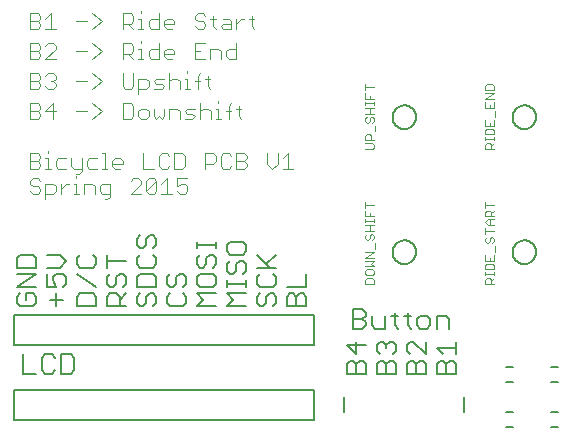
<source format=gto>
G75*
%MOIN*%
%OFA0B0*%
%FSLAX24Y24*%
%IPPOS*%
%LPD*%
%AMOC8*
5,1,8,0,0,1.08239X$1,22.5*
%
%ADD10C,0.0060*%
%ADD11C,0.0040*%
%ADD12C,0.0080*%
%ADD13C,0.0050*%
%ADD14C,0.0030*%
D10*
X002440Y004690D02*
X002867Y004690D01*
X003085Y004797D02*
X003191Y004690D01*
X003405Y004690D01*
X003512Y004797D01*
X003729Y004690D02*
X004049Y004690D01*
X004156Y004797D01*
X004156Y005224D01*
X004049Y005331D01*
X003729Y005331D01*
X003729Y004690D01*
X003085Y004797D02*
X003085Y005224D01*
X003191Y005331D01*
X003405Y005331D01*
X003512Y005224D01*
X002440Y005331D02*
X002440Y004690D01*
X002346Y006940D02*
X002773Y006940D01*
X002880Y007047D01*
X002880Y007260D01*
X002773Y007367D01*
X002560Y007367D01*
X002560Y007154D01*
X002346Y007367D02*
X002239Y007260D01*
X002239Y007047D01*
X002346Y006940D01*
X002239Y007585D02*
X002880Y008012D01*
X002239Y008012D01*
X002239Y008229D02*
X002239Y008549D01*
X002346Y008656D01*
X002773Y008656D01*
X002880Y008549D01*
X002880Y008229D01*
X002239Y008229D01*
X002239Y007585D02*
X002880Y007585D01*
X003239Y007585D02*
X003560Y007585D01*
X003453Y007798D01*
X003453Y007905D01*
X003560Y008012D01*
X003773Y008012D01*
X003880Y007905D01*
X003880Y007691D01*
X003773Y007585D01*
X003560Y007367D02*
X003560Y006940D01*
X003773Y007154D02*
X003346Y007154D01*
X003239Y007585D02*
X003239Y008012D01*
X003239Y008229D02*
X003666Y008229D01*
X003880Y008443D01*
X003666Y008656D01*
X003239Y008656D01*
X004239Y008549D02*
X004239Y008336D01*
X004346Y008229D01*
X004773Y008229D01*
X004880Y008336D01*
X004880Y008549D01*
X004773Y008656D01*
X004346Y008656D02*
X004239Y008549D01*
X004239Y008012D02*
X004880Y007585D01*
X004773Y007367D02*
X004346Y007367D01*
X004239Y007260D01*
X004239Y006940D01*
X004880Y006940D01*
X004880Y007260D01*
X004773Y007367D01*
X005239Y007260D02*
X005346Y007367D01*
X005560Y007367D01*
X005666Y007260D01*
X005666Y006940D01*
X005880Y006940D02*
X005239Y006940D01*
X005239Y007260D01*
X005346Y007585D02*
X005453Y007585D01*
X005560Y007691D01*
X005560Y007905D01*
X005666Y008012D01*
X005773Y008012D01*
X005880Y007905D01*
X005880Y007691D01*
X005773Y007585D01*
X005880Y007367D02*
X005666Y007154D01*
X005346Y007585D02*
X005239Y007691D01*
X005239Y007905D01*
X005346Y008012D01*
X005239Y008229D02*
X005239Y008656D01*
X005239Y008443D02*
X005880Y008443D01*
X006239Y008549D02*
X006239Y008336D01*
X006346Y008229D01*
X006773Y008229D01*
X006880Y008336D01*
X006880Y008549D01*
X006773Y008656D01*
X006773Y008874D02*
X006880Y008980D01*
X006880Y009194D01*
X006773Y009301D01*
X006666Y009301D01*
X006560Y009194D01*
X006560Y008980D01*
X006453Y008874D01*
X006346Y008874D01*
X006239Y008980D01*
X006239Y009194D01*
X006346Y009301D01*
X006346Y008656D02*
X006239Y008549D01*
X006346Y008012D02*
X006239Y007905D01*
X006239Y007585D01*
X006880Y007585D01*
X006880Y007905D01*
X006773Y008012D01*
X006346Y008012D01*
X006346Y007367D02*
X006239Y007260D01*
X006239Y007047D01*
X006346Y006940D01*
X006453Y006940D01*
X006560Y007047D01*
X006560Y007260D01*
X006666Y007367D01*
X006773Y007367D01*
X006880Y007260D01*
X006880Y007047D01*
X006773Y006940D01*
X007239Y007047D02*
X007239Y007260D01*
X007346Y007367D01*
X007346Y007585D02*
X007453Y007585D01*
X007560Y007691D01*
X007560Y007905D01*
X007666Y008012D01*
X007773Y008012D01*
X007880Y007905D01*
X007880Y007691D01*
X007773Y007585D01*
X007773Y007367D02*
X007880Y007260D01*
X007880Y007047D01*
X007773Y006940D01*
X007346Y006940D01*
X007239Y007047D01*
X007346Y007585D02*
X007239Y007691D01*
X007239Y007905D01*
X007346Y008012D01*
X008239Y007905D02*
X008239Y007691D01*
X008346Y007585D01*
X008773Y007585D01*
X008880Y007691D01*
X008880Y007905D01*
X008773Y008012D01*
X008346Y008012D01*
X008239Y007905D01*
X008346Y008229D02*
X008453Y008229D01*
X008560Y008336D01*
X008560Y008549D01*
X008666Y008656D01*
X008773Y008656D01*
X008880Y008549D01*
X008880Y008336D01*
X008773Y008229D01*
X008346Y008229D02*
X008239Y008336D01*
X008239Y008549D01*
X008346Y008656D01*
X008239Y008874D02*
X008239Y009087D01*
X008239Y008980D02*
X008880Y008980D01*
X008880Y008874D02*
X008880Y009087D01*
X009239Y008979D02*
X009346Y009086D01*
X009773Y009086D01*
X009880Y008979D01*
X009880Y008766D01*
X009773Y008659D01*
X009346Y008659D01*
X009239Y008766D01*
X009239Y008979D01*
X009346Y008441D02*
X009239Y008335D01*
X009239Y008121D01*
X009346Y008014D01*
X009453Y008014D01*
X009560Y008121D01*
X009560Y008335D01*
X009666Y008441D01*
X009773Y008441D01*
X009880Y008335D01*
X009880Y008121D01*
X009773Y008014D01*
X009880Y007798D02*
X009880Y007585D01*
X009880Y007691D02*
X009239Y007691D01*
X009239Y007585D02*
X009239Y007798D01*
X009239Y007367D02*
X009880Y007367D01*
X010239Y007260D02*
X010239Y007047D01*
X010346Y006940D01*
X010453Y006940D01*
X010560Y007047D01*
X010560Y007260D01*
X010666Y007367D01*
X010773Y007367D01*
X010880Y007260D01*
X010880Y007047D01*
X010773Y006940D01*
X011239Y006940D02*
X011239Y007260D01*
X011346Y007367D01*
X011453Y007367D01*
X011560Y007260D01*
X011560Y006940D01*
X011880Y006940D02*
X011239Y006940D01*
X011560Y007260D02*
X011666Y007367D01*
X011773Y007367D01*
X011880Y007260D01*
X011880Y006940D01*
X011880Y007585D02*
X011239Y007585D01*
X010880Y007691D02*
X010880Y007905D01*
X010773Y008012D01*
X010666Y008229D02*
X010239Y008656D01*
X010239Y008229D02*
X010880Y008229D01*
X010560Y008336D02*
X010880Y008656D01*
X010346Y008012D02*
X010239Y007905D01*
X010239Y007691D01*
X010346Y007585D01*
X010773Y007585D01*
X010880Y007691D01*
X010346Y007367D02*
X010239Y007260D01*
X009880Y006940D02*
X009239Y006940D01*
X009453Y007154D01*
X009239Y007367D01*
X008880Y007367D02*
X008239Y007367D01*
X008453Y007154D01*
X008239Y006940D01*
X008880Y006940D01*
X011880Y007585D02*
X011880Y008012D01*
X013440Y006831D02*
X013760Y006831D01*
X013867Y006724D01*
X013867Y006617D01*
X013760Y006510D01*
X013440Y006510D01*
X013440Y006190D02*
X013760Y006190D01*
X013867Y006297D01*
X013867Y006404D01*
X013760Y006510D01*
X014085Y006617D02*
X014085Y006297D01*
X014191Y006190D01*
X014512Y006190D01*
X014512Y006617D01*
X014729Y006617D02*
X014943Y006617D01*
X014836Y006724D02*
X014836Y006297D01*
X014943Y006190D01*
X015266Y006297D02*
X015372Y006190D01*
X015266Y006297D02*
X015266Y006724D01*
X015372Y006617D02*
X015159Y006617D01*
X015588Y006510D02*
X015588Y006297D01*
X015695Y006190D01*
X015909Y006190D01*
X016016Y006297D01*
X016016Y006510D01*
X015909Y006617D01*
X015695Y006617D01*
X015588Y006510D01*
X016233Y006617D02*
X016233Y006190D01*
X016233Y006617D02*
X016553Y006617D01*
X016660Y006510D01*
X016660Y006190D01*
X016880Y005762D02*
X016880Y005335D01*
X016880Y005548D02*
X016239Y005548D01*
X016453Y005335D01*
X016453Y005117D02*
X016560Y005010D01*
X016560Y004690D01*
X016880Y004690D02*
X016880Y005010D01*
X016773Y005117D01*
X016666Y005117D01*
X016560Y005010D01*
X016453Y005117D02*
X016346Y005117D01*
X016239Y005010D01*
X016239Y004690D01*
X016880Y004690D01*
X015880Y004690D02*
X015880Y005010D01*
X015773Y005117D01*
X015666Y005117D01*
X015560Y005010D01*
X015560Y004690D01*
X015880Y004690D02*
X015239Y004690D01*
X015239Y005010D01*
X015346Y005117D01*
X015453Y005117D01*
X015560Y005010D01*
X015346Y005335D02*
X015239Y005441D01*
X015239Y005655D01*
X015346Y005762D01*
X015453Y005762D01*
X015880Y005335D01*
X015880Y005762D01*
X014880Y005655D02*
X014880Y005441D01*
X014773Y005335D01*
X014773Y005117D02*
X014666Y005117D01*
X014560Y005010D01*
X014560Y004690D01*
X014880Y004690D02*
X014880Y005010D01*
X014773Y005117D01*
X014560Y005010D02*
X014453Y005117D01*
X014346Y005117D01*
X014239Y005010D01*
X014239Y004690D01*
X014880Y004690D01*
X014346Y005335D02*
X014239Y005441D01*
X014239Y005655D01*
X014346Y005762D01*
X014453Y005762D01*
X014560Y005655D01*
X014666Y005762D01*
X014773Y005762D01*
X014880Y005655D01*
X014560Y005655D02*
X014560Y005548D01*
X013880Y005655D02*
X013239Y005655D01*
X013560Y005335D01*
X013560Y005762D01*
X013440Y006190D02*
X013440Y006831D01*
X013453Y005117D02*
X013560Y005010D01*
X013560Y004690D01*
X013880Y004690D02*
X013880Y005010D01*
X013773Y005117D01*
X013666Y005117D01*
X013560Y005010D01*
X013453Y005117D02*
X013346Y005117D01*
X013239Y005010D01*
X013239Y004690D01*
X013880Y004690D01*
X018542Y004896D02*
X018778Y004896D01*
X018778Y004424D02*
X018542Y004424D01*
X018542Y003396D02*
X018778Y003396D01*
X018778Y002924D02*
X018542Y002924D01*
X020042Y002924D02*
X020278Y002924D01*
X020278Y003396D02*
X020042Y003396D01*
X020042Y004424D02*
X020278Y004424D01*
X020278Y004896D02*
X020042Y004896D01*
D11*
X011449Y011520D02*
X011102Y011520D01*
X011276Y011520D02*
X011276Y012040D01*
X011102Y011867D01*
X010933Y012040D02*
X010933Y011693D01*
X010760Y011520D01*
X010586Y011693D01*
X010586Y012040D01*
X009902Y011954D02*
X009902Y011867D01*
X009815Y011780D01*
X009555Y011780D01*
X009387Y011607D02*
X009300Y011520D01*
X009126Y011520D01*
X009040Y011607D01*
X009040Y011954D01*
X009126Y012040D01*
X009300Y012040D01*
X009387Y011954D01*
X009555Y012040D02*
X009815Y012040D01*
X009902Y011954D01*
X009815Y011780D02*
X009902Y011693D01*
X009902Y011607D01*
X009815Y011520D01*
X009555Y011520D01*
X009555Y012040D01*
X008871Y011954D02*
X008871Y011780D01*
X008784Y011693D01*
X008524Y011693D01*
X008524Y011520D02*
X008524Y012040D01*
X008784Y012040D01*
X008871Y011954D01*
X007840Y011954D02*
X007840Y011607D01*
X007753Y011520D01*
X007493Y011520D01*
X007493Y012040D01*
X007753Y012040D01*
X007840Y011954D01*
X007324Y011954D02*
X007237Y012040D01*
X007064Y012040D01*
X006977Y011954D01*
X006977Y011607D01*
X007064Y011520D01*
X007237Y011520D01*
X007324Y011607D01*
X006808Y011520D02*
X006461Y011520D01*
X006461Y012040D01*
X005777Y011780D02*
X005777Y011693D01*
X005430Y011693D01*
X005430Y011607D02*
X005430Y011780D01*
X005517Y011867D01*
X005690Y011867D01*
X005777Y011780D01*
X005690Y011520D02*
X005517Y011520D01*
X005430Y011607D01*
X005260Y011520D02*
X005086Y011520D01*
X005173Y011520D02*
X005173Y012040D01*
X005086Y012040D01*
X004918Y011867D02*
X004657Y011867D01*
X004571Y011780D01*
X004571Y011607D01*
X004657Y011520D01*
X004918Y011520D01*
X005087Y011027D02*
X005000Y010940D01*
X005000Y010767D01*
X005087Y010680D01*
X005347Y010680D01*
X005347Y010593D02*
X005347Y011027D01*
X005087Y011027D01*
X004832Y010940D02*
X004832Y010680D01*
X004832Y010940D02*
X004745Y011027D01*
X004485Y011027D01*
X004485Y010680D01*
X004314Y010680D02*
X004141Y010680D01*
X004228Y010680D02*
X004228Y011027D01*
X004141Y011027D01*
X003972Y011027D02*
X003885Y011027D01*
X003711Y010853D01*
X003711Y010680D02*
X003711Y011027D01*
X003543Y010940D02*
X003543Y010767D01*
X003456Y010680D01*
X003196Y010680D01*
X003196Y010507D02*
X003196Y011027D01*
X003456Y011027D01*
X003543Y010940D01*
X003027Y010853D02*
X003027Y010767D01*
X002940Y010680D01*
X002767Y010680D01*
X002680Y010767D01*
X002767Y010940D02*
X002940Y010940D01*
X003027Y010853D01*
X003027Y011114D02*
X002940Y011200D01*
X002767Y011200D01*
X002680Y011114D01*
X002680Y011027D01*
X002767Y010940D01*
X002680Y011520D02*
X002940Y011520D01*
X003027Y011607D01*
X003027Y011693D01*
X002940Y011780D01*
X002680Y011780D01*
X002680Y011520D02*
X002680Y012040D01*
X002940Y012040D01*
X003027Y011954D01*
X003027Y011867D01*
X002940Y011780D01*
X003196Y011867D02*
X003282Y011867D01*
X003282Y011520D01*
X003196Y011520D02*
X003369Y011520D01*
X003539Y011607D02*
X003626Y011520D01*
X003886Y011520D01*
X004055Y011607D02*
X004142Y011520D01*
X004402Y011520D01*
X004402Y011433D02*
X004315Y011347D01*
X004229Y011347D01*
X004228Y011287D02*
X004228Y011200D01*
X004402Y011433D02*
X004402Y011867D01*
X004055Y011867D02*
X004055Y011607D01*
X003886Y011867D02*
X003626Y011867D01*
X003539Y011780D01*
X003539Y011607D01*
X003282Y012040D02*
X003282Y012127D01*
X003456Y013180D02*
X003456Y013700D01*
X003196Y013440D01*
X003543Y013440D01*
X003027Y013353D02*
X003027Y013267D01*
X002940Y013180D01*
X002680Y013180D01*
X002680Y013700D01*
X002940Y013700D01*
X003027Y013614D01*
X003027Y013527D01*
X002940Y013440D01*
X002680Y013440D01*
X002940Y013440D02*
X003027Y013353D01*
X002940Y014180D02*
X002680Y014180D01*
X002680Y014700D01*
X002940Y014700D01*
X003027Y014614D01*
X003027Y014527D01*
X002940Y014440D01*
X002680Y014440D01*
X002940Y014440D02*
X003027Y014353D01*
X003027Y014267D01*
X002940Y014180D01*
X003196Y014267D02*
X003282Y014180D01*
X003456Y014180D01*
X003543Y014267D01*
X003543Y014353D01*
X003456Y014440D01*
X003369Y014440D01*
X003456Y014440D02*
X003543Y014527D01*
X003543Y014614D01*
X003456Y014700D01*
X003282Y014700D01*
X003196Y014614D01*
X003196Y015180D02*
X003543Y015527D01*
X003543Y015614D01*
X003456Y015700D01*
X003282Y015700D01*
X003196Y015614D01*
X003027Y015614D02*
X002940Y015700D01*
X002680Y015700D01*
X002680Y015180D01*
X002940Y015180D01*
X003027Y015267D01*
X003027Y015353D01*
X002940Y015440D01*
X002680Y015440D01*
X002940Y015440D02*
X003027Y015527D01*
X003027Y015614D01*
X003196Y015180D02*
X003543Y015180D01*
X004227Y015440D02*
X004574Y015440D01*
X004743Y015180D02*
X005090Y015440D01*
X004743Y015700D01*
X004743Y016180D02*
X005090Y016440D01*
X004743Y016700D01*
X004574Y016440D02*
X004227Y016440D01*
X003543Y016180D02*
X003196Y016180D01*
X003369Y016180D02*
X003369Y016700D01*
X003196Y016527D01*
X003027Y016527D02*
X002940Y016440D01*
X002680Y016440D01*
X002680Y016180D02*
X002680Y016700D01*
X002940Y016700D01*
X003027Y016614D01*
X003027Y016527D01*
X002940Y016440D02*
X003027Y016353D01*
X003027Y016267D01*
X002940Y016180D01*
X002680Y016180D01*
X004227Y014440D02*
X004574Y014440D01*
X004743Y014180D02*
X005090Y014440D01*
X004743Y014700D01*
X005774Y014700D02*
X005774Y014267D01*
X005861Y014180D01*
X006034Y014180D01*
X006121Y014267D01*
X006121Y014700D01*
X006289Y014527D02*
X006550Y014527D01*
X006636Y014440D01*
X006636Y014267D01*
X006550Y014180D01*
X006289Y014180D01*
X006289Y014007D02*
X006289Y014527D01*
X006805Y014440D02*
X006892Y014527D01*
X007152Y014527D01*
X007321Y014440D02*
X007407Y014527D01*
X007581Y014527D01*
X007668Y014440D01*
X007668Y014180D01*
X007836Y014180D02*
X008010Y014180D01*
X007923Y014180D02*
X007923Y014527D01*
X007836Y014527D01*
X007923Y014700D02*
X007923Y014787D01*
X008267Y014614D02*
X008354Y014700D01*
X008267Y014614D02*
X008267Y014180D01*
X008180Y014440D02*
X008354Y014440D01*
X008524Y014527D02*
X008697Y014527D01*
X008611Y014614D02*
X008611Y014267D01*
X008697Y014180D01*
X008954Y013787D02*
X008954Y013700D01*
X008954Y013527D02*
X008954Y013180D01*
X008868Y013180D02*
X009041Y013180D01*
X009298Y013180D02*
X009298Y013614D01*
X009385Y013700D01*
X009555Y013527D02*
X009729Y013527D01*
X009642Y013614D02*
X009642Y013267D01*
X009729Y013180D01*
X009385Y013440D02*
X009211Y013440D01*
X008954Y013527D02*
X008868Y013527D01*
X008699Y013440D02*
X008699Y013180D01*
X008699Y013440D02*
X008612Y013527D01*
X008439Y013527D01*
X008352Y013440D01*
X008183Y013527D02*
X007923Y013527D01*
X007836Y013440D01*
X007923Y013353D01*
X008097Y013353D01*
X008183Y013267D01*
X008097Y013180D01*
X007836Y013180D01*
X007668Y013180D02*
X007668Y013440D01*
X007581Y013527D01*
X007321Y013527D01*
X007321Y013180D01*
X007152Y013267D02*
X007152Y013527D01*
X006805Y013527D02*
X006805Y013267D01*
X006892Y013180D01*
X006979Y013267D01*
X007065Y013180D01*
X007152Y013267D01*
X006636Y013267D02*
X006636Y013440D01*
X006550Y013527D01*
X006376Y013527D01*
X006289Y013440D01*
X006289Y013267D01*
X006376Y013180D01*
X006550Y013180D01*
X006636Y013267D01*
X006121Y013267D02*
X006121Y013614D01*
X006034Y013700D01*
X005774Y013700D01*
X005774Y013180D01*
X006034Y013180D01*
X006121Y013267D01*
X005090Y013440D02*
X004743Y013180D01*
X004574Y013440D02*
X004227Y013440D01*
X004743Y013700D02*
X005090Y013440D01*
X006805Y014180D02*
X007065Y014180D01*
X007152Y014267D01*
X007065Y014353D01*
X006892Y014353D01*
X006805Y014440D01*
X007321Y014700D02*
X007321Y014180D01*
X008352Y013700D02*
X008352Y013180D01*
X008180Y015180D02*
X008527Y015180D01*
X008696Y015180D02*
X008696Y015527D01*
X008956Y015527D01*
X009043Y015440D01*
X009043Y015180D01*
X009211Y015267D02*
X009211Y015440D01*
X009298Y015527D01*
X009558Y015527D01*
X009558Y015700D02*
X009558Y015180D01*
X009298Y015180D01*
X009211Y015267D01*
X008527Y015700D02*
X008180Y015700D01*
X008180Y015180D01*
X008180Y015440D02*
X008354Y015440D01*
X007496Y015440D02*
X007496Y015353D01*
X007149Y015353D01*
X007149Y015267D02*
X007149Y015440D01*
X007236Y015527D01*
X007409Y015527D01*
X007496Y015440D01*
X007409Y015180D02*
X007236Y015180D01*
X007149Y015267D01*
X006980Y015180D02*
X006720Y015180D01*
X006633Y015267D01*
X006633Y015440D01*
X006720Y015527D01*
X006980Y015527D01*
X006980Y015700D02*
X006980Y015180D01*
X006463Y015180D02*
X006289Y015180D01*
X006376Y015180D02*
X006376Y015527D01*
X006289Y015527D01*
X006121Y015614D02*
X006121Y015440D01*
X006034Y015353D01*
X005774Y015353D01*
X005774Y015180D02*
X005774Y015700D01*
X006034Y015700D01*
X006121Y015614D01*
X006376Y015700D02*
X006376Y015787D01*
X006376Y016180D02*
X006376Y016527D01*
X006289Y016527D01*
X006121Y016614D02*
X006121Y016440D01*
X006034Y016353D01*
X005774Y016353D01*
X005774Y016180D02*
X005774Y016700D01*
X006034Y016700D01*
X006121Y016614D01*
X006376Y016700D02*
X006376Y016787D01*
X006720Y016527D02*
X006980Y016527D01*
X006980Y016700D02*
X006980Y016180D01*
X006720Y016180D01*
X006633Y016267D01*
X006633Y016440D01*
X006720Y016527D01*
X006463Y016180D02*
X006289Y016180D01*
X006121Y016180D02*
X005947Y016353D01*
X005947Y015353D02*
X006121Y015180D01*
X007149Y016267D02*
X007236Y016180D01*
X007409Y016180D01*
X007496Y016353D02*
X007149Y016353D01*
X007149Y016267D02*
X007149Y016440D01*
X007236Y016527D01*
X007409Y016527D01*
X007496Y016440D01*
X007496Y016353D01*
X008180Y016267D02*
X008267Y016180D01*
X008440Y016180D01*
X008527Y016267D01*
X008527Y016353D01*
X008440Y016440D01*
X008267Y016440D01*
X008180Y016527D01*
X008180Y016614D01*
X008267Y016700D01*
X008440Y016700D01*
X008527Y016614D01*
X008696Y016527D02*
X008869Y016527D01*
X008783Y016614D02*
X008783Y016267D01*
X008869Y016180D01*
X009040Y016267D02*
X009126Y016353D01*
X009387Y016353D01*
X009387Y016440D02*
X009300Y016527D01*
X009126Y016527D01*
X009040Y016267D02*
X009126Y016180D01*
X009387Y016180D01*
X009387Y016440D01*
X009555Y016353D02*
X009729Y016527D01*
X009815Y016527D01*
X009985Y016527D02*
X010158Y016527D01*
X010072Y016614D02*
X010072Y016267D01*
X010158Y016180D01*
X009555Y016180D02*
X009555Y016527D01*
X007926Y011200D02*
X007579Y011200D01*
X007579Y010940D01*
X007752Y011027D01*
X007839Y011027D01*
X007926Y010940D01*
X007926Y010767D01*
X007839Y010680D01*
X007665Y010680D01*
X007579Y010767D01*
X007410Y010680D02*
X007063Y010680D01*
X007236Y010680D02*
X007236Y011200D01*
X007063Y011027D01*
X006894Y011114D02*
X006547Y010767D01*
X006634Y010680D01*
X006808Y010680D01*
X006894Y010767D01*
X006894Y011114D01*
X006808Y011200D01*
X006634Y011200D01*
X006547Y011114D01*
X006547Y010767D01*
X006379Y010680D02*
X006032Y010680D01*
X006379Y011027D01*
X006379Y011114D01*
X006292Y011200D01*
X006118Y011200D01*
X006032Y011114D01*
X005347Y010593D02*
X005261Y010507D01*
X005174Y010507D01*
D12*
X013160Y003910D02*
X013160Y003410D01*
X017160Y003410D02*
X017160Y003910D01*
D13*
X002160Y004160D02*
X002160Y003160D01*
X012160Y003160D01*
X012160Y004160D01*
X002160Y004160D01*
X002160Y005660D02*
X002160Y006660D01*
X012160Y006660D01*
X012160Y005660D01*
X002160Y005660D01*
X014766Y008740D02*
X014768Y008779D01*
X014774Y008818D01*
X014784Y008856D01*
X014797Y008893D01*
X014814Y008928D01*
X014834Y008962D01*
X014858Y008993D01*
X014885Y009022D01*
X014914Y009048D01*
X014946Y009071D01*
X014980Y009091D01*
X015016Y009107D01*
X015053Y009119D01*
X015092Y009128D01*
X015131Y009133D01*
X015170Y009134D01*
X015209Y009131D01*
X015248Y009124D01*
X015285Y009113D01*
X015322Y009099D01*
X015357Y009081D01*
X015390Y009060D01*
X015421Y009035D01*
X015449Y009008D01*
X015474Y008978D01*
X015496Y008945D01*
X015515Y008911D01*
X015530Y008875D01*
X015542Y008837D01*
X015550Y008799D01*
X015554Y008760D01*
X015554Y008720D01*
X015550Y008681D01*
X015542Y008643D01*
X015530Y008605D01*
X015515Y008569D01*
X015496Y008535D01*
X015474Y008502D01*
X015449Y008472D01*
X015421Y008445D01*
X015390Y008420D01*
X015357Y008399D01*
X015322Y008381D01*
X015285Y008367D01*
X015248Y008356D01*
X015209Y008349D01*
X015170Y008346D01*
X015131Y008347D01*
X015092Y008352D01*
X015053Y008361D01*
X015016Y008373D01*
X014980Y008389D01*
X014946Y008409D01*
X014914Y008432D01*
X014885Y008458D01*
X014858Y008487D01*
X014834Y008518D01*
X014814Y008552D01*
X014797Y008587D01*
X014784Y008624D01*
X014774Y008662D01*
X014768Y008701D01*
X014766Y008740D01*
X018766Y008740D02*
X018768Y008779D01*
X018774Y008818D01*
X018784Y008856D01*
X018797Y008893D01*
X018814Y008928D01*
X018834Y008962D01*
X018858Y008993D01*
X018885Y009022D01*
X018914Y009048D01*
X018946Y009071D01*
X018980Y009091D01*
X019016Y009107D01*
X019053Y009119D01*
X019092Y009128D01*
X019131Y009133D01*
X019170Y009134D01*
X019209Y009131D01*
X019248Y009124D01*
X019285Y009113D01*
X019322Y009099D01*
X019357Y009081D01*
X019390Y009060D01*
X019421Y009035D01*
X019449Y009008D01*
X019474Y008978D01*
X019496Y008945D01*
X019515Y008911D01*
X019530Y008875D01*
X019542Y008837D01*
X019550Y008799D01*
X019554Y008760D01*
X019554Y008720D01*
X019550Y008681D01*
X019542Y008643D01*
X019530Y008605D01*
X019515Y008569D01*
X019496Y008535D01*
X019474Y008502D01*
X019449Y008472D01*
X019421Y008445D01*
X019390Y008420D01*
X019357Y008399D01*
X019322Y008381D01*
X019285Y008367D01*
X019248Y008356D01*
X019209Y008349D01*
X019170Y008346D01*
X019131Y008347D01*
X019092Y008352D01*
X019053Y008361D01*
X019016Y008373D01*
X018980Y008389D01*
X018946Y008409D01*
X018914Y008432D01*
X018885Y008458D01*
X018858Y008487D01*
X018834Y008518D01*
X018814Y008552D01*
X018797Y008587D01*
X018784Y008624D01*
X018774Y008662D01*
X018768Y008701D01*
X018766Y008740D01*
X018766Y013240D02*
X018768Y013279D01*
X018774Y013318D01*
X018784Y013356D01*
X018797Y013393D01*
X018814Y013428D01*
X018834Y013462D01*
X018858Y013493D01*
X018885Y013522D01*
X018914Y013548D01*
X018946Y013571D01*
X018980Y013591D01*
X019016Y013607D01*
X019053Y013619D01*
X019092Y013628D01*
X019131Y013633D01*
X019170Y013634D01*
X019209Y013631D01*
X019248Y013624D01*
X019285Y013613D01*
X019322Y013599D01*
X019357Y013581D01*
X019390Y013560D01*
X019421Y013535D01*
X019449Y013508D01*
X019474Y013478D01*
X019496Y013445D01*
X019515Y013411D01*
X019530Y013375D01*
X019542Y013337D01*
X019550Y013299D01*
X019554Y013260D01*
X019554Y013220D01*
X019550Y013181D01*
X019542Y013143D01*
X019530Y013105D01*
X019515Y013069D01*
X019496Y013035D01*
X019474Y013002D01*
X019449Y012972D01*
X019421Y012945D01*
X019390Y012920D01*
X019357Y012899D01*
X019322Y012881D01*
X019285Y012867D01*
X019248Y012856D01*
X019209Y012849D01*
X019170Y012846D01*
X019131Y012847D01*
X019092Y012852D01*
X019053Y012861D01*
X019016Y012873D01*
X018980Y012889D01*
X018946Y012909D01*
X018914Y012932D01*
X018885Y012958D01*
X018858Y012987D01*
X018834Y013018D01*
X018814Y013052D01*
X018797Y013087D01*
X018784Y013124D01*
X018774Y013162D01*
X018768Y013201D01*
X018766Y013240D01*
X014766Y013240D02*
X014768Y013279D01*
X014774Y013318D01*
X014784Y013356D01*
X014797Y013393D01*
X014814Y013428D01*
X014834Y013462D01*
X014858Y013493D01*
X014885Y013522D01*
X014914Y013548D01*
X014946Y013571D01*
X014980Y013591D01*
X015016Y013607D01*
X015053Y013619D01*
X015092Y013628D01*
X015131Y013633D01*
X015170Y013634D01*
X015209Y013631D01*
X015248Y013624D01*
X015285Y013613D01*
X015322Y013599D01*
X015357Y013581D01*
X015390Y013560D01*
X015421Y013535D01*
X015449Y013508D01*
X015474Y013478D01*
X015496Y013445D01*
X015515Y013411D01*
X015530Y013375D01*
X015542Y013337D01*
X015550Y013299D01*
X015554Y013260D01*
X015554Y013220D01*
X015550Y013181D01*
X015542Y013143D01*
X015530Y013105D01*
X015515Y013069D01*
X015496Y013035D01*
X015474Y013002D01*
X015449Y012972D01*
X015421Y012945D01*
X015390Y012920D01*
X015357Y012899D01*
X015322Y012881D01*
X015285Y012867D01*
X015248Y012856D01*
X015209Y012849D01*
X015170Y012846D01*
X015131Y012847D01*
X015092Y012852D01*
X015053Y012861D01*
X015016Y012873D01*
X014980Y012889D01*
X014946Y012909D01*
X014914Y012932D01*
X014885Y012958D01*
X014858Y012987D01*
X014834Y013018D01*
X014814Y013052D01*
X014797Y013087D01*
X014784Y013124D01*
X014774Y013162D01*
X014768Y013201D01*
X014766Y013240D01*
D14*
X014145Y013204D02*
X014145Y013107D01*
X014097Y013059D01*
X014000Y013107D02*
X014000Y013204D01*
X014048Y013252D01*
X014097Y013252D01*
X014145Y013204D01*
X014145Y013354D02*
X013855Y013354D01*
X013903Y013252D02*
X013855Y013204D01*
X013855Y013107D01*
X013903Y013059D01*
X013952Y013059D01*
X014000Y013107D01*
X014193Y012958D02*
X014193Y012764D01*
X014048Y012615D02*
X014048Y012470D01*
X014145Y012470D02*
X013855Y012470D01*
X013855Y012615D01*
X013903Y012663D01*
X014000Y012663D01*
X014048Y012615D01*
X014097Y012368D02*
X013855Y012368D01*
X013855Y012175D02*
X014097Y012175D01*
X014145Y012223D01*
X014145Y012320D01*
X014097Y012368D01*
X014000Y013354D02*
X014000Y013547D01*
X013855Y013547D02*
X014145Y013547D01*
X014145Y013648D02*
X014145Y013745D01*
X014145Y013697D02*
X013855Y013697D01*
X013855Y013745D02*
X013855Y013648D01*
X013855Y013845D02*
X013855Y014038D01*
X013855Y014139D02*
X013855Y014333D01*
X013855Y014236D02*
X014145Y014236D01*
X014000Y013941D02*
X014000Y013845D01*
X014145Y013845D02*
X013855Y013845D01*
X017855Y013845D02*
X018145Y014038D01*
X017855Y014038D01*
X017855Y014139D02*
X017855Y014284D01*
X017903Y014333D01*
X018097Y014333D01*
X018145Y014284D01*
X018145Y014139D01*
X017855Y014139D01*
X017855Y013845D02*
X018145Y013845D01*
X018145Y013744D02*
X018145Y013550D01*
X017855Y013550D01*
X017855Y013744D01*
X018000Y013647D02*
X018000Y013550D01*
X018193Y013449D02*
X018193Y013255D01*
X018145Y013154D02*
X018145Y012961D01*
X017855Y012961D01*
X017855Y013154D01*
X018000Y013057D02*
X018000Y012961D01*
X018097Y012860D02*
X017903Y012860D01*
X017855Y012811D01*
X017855Y012666D01*
X018145Y012666D01*
X018145Y012811D01*
X018097Y012860D01*
X018145Y012566D02*
X018145Y012470D01*
X018145Y012518D02*
X017855Y012518D01*
X017855Y012470D02*
X017855Y012566D01*
X017903Y012368D02*
X018000Y012368D01*
X018048Y012320D01*
X018048Y012175D01*
X018048Y012272D02*
X018145Y012368D01*
X018145Y012175D02*
X017855Y012175D01*
X017855Y012320D01*
X017903Y012368D01*
X017855Y010422D02*
X017855Y010229D01*
X017855Y010325D02*
X018145Y010325D01*
X018145Y010127D02*
X018048Y010031D01*
X018048Y010079D02*
X018048Y009934D01*
X018145Y009934D02*
X017855Y009934D01*
X017855Y010079D01*
X017903Y010127D01*
X018000Y010127D01*
X018048Y010079D01*
X018000Y009833D02*
X018000Y009639D01*
X017952Y009639D02*
X018145Y009639D01*
X017952Y009639D02*
X017855Y009736D01*
X017952Y009833D01*
X018145Y009833D01*
X017855Y009538D02*
X017855Y009345D01*
X017855Y009441D02*
X018145Y009441D01*
X018097Y009244D02*
X018145Y009195D01*
X018145Y009098D01*
X018097Y009050D01*
X018000Y009098D02*
X018000Y009195D01*
X018048Y009244D01*
X018097Y009244D01*
X018000Y009098D02*
X017952Y009050D01*
X017903Y009050D01*
X017855Y009098D01*
X017855Y009195D01*
X017903Y009244D01*
X018193Y008949D02*
X018193Y008755D01*
X018145Y008654D02*
X018145Y008461D01*
X017855Y008461D01*
X017855Y008654D01*
X018000Y008557D02*
X018000Y008461D01*
X018097Y008360D02*
X017903Y008360D01*
X017855Y008311D01*
X017855Y008166D01*
X018145Y008166D01*
X018145Y008311D01*
X018097Y008360D01*
X018145Y008066D02*
X018145Y007970D01*
X018145Y008018D02*
X017855Y008018D01*
X017855Y007970D02*
X017855Y008066D01*
X017903Y007868D02*
X018000Y007868D01*
X018048Y007820D01*
X018048Y007675D01*
X018048Y007772D02*
X018145Y007868D01*
X018145Y007675D02*
X017855Y007675D01*
X017855Y007820D01*
X017903Y007868D01*
X014145Y007820D02*
X014145Y007675D01*
X013855Y007675D01*
X013855Y007820D01*
X013903Y007868D01*
X014097Y007868D01*
X014145Y007820D01*
X014097Y007970D02*
X013903Y007970D01*
X013855Y008018D01*
X013855Y008115D01*
X013903Y008163D01*
X014097Y008163D01*
X014145Y008115D01*
X014145Y008018D01*
X014097Y007970D01*
X014145Y008264D02*
X013855Y008264D01*
X013855Y008458D02*
X014145Y008458D01*
X014048Y008361D01*
X014145Y008264D01*
X014145Y008559D02*
X013855Y008559D01*
X014145Y008752D01*
X013855Y008752D01*
X014193Y008854D02*
X014193Y009047D01*
X014097Y009148D02*
X014145Y009197D01*
X014145Y009293D01*
X014097Y009342D01*
X014048Y009342D01*
X014000Y009293D01*
X014000Y009197D01*
X013952Y009148D01*
X013903Y009148D01*
X013855Y009197D01*
X013855Y009293D01*
X013903Y009342D01*
X013855Y009443D02*
X014145Y009443D01*
X014000Y009443D02*
X014000Y009636D01*
X013855Y009636D02*
X014145Y009636D01*
X014145Y009738D02*
X014145Y009834D01*
X014145Y009786D02*
X013855Y009786D01*
X013855Y009738D02*
X013855Y009834D01*
X013855Y009934D02*
X013855Y010127D01*
X013855Y010229D02*
X013855Y010422D01*
X013855Y010325D02*
X014145Y010325D01*
X014000Y010031D02*
X014000Y009934D01*
X014145Y009934D02*
X013855Y009934D01*
M02*

</source>
